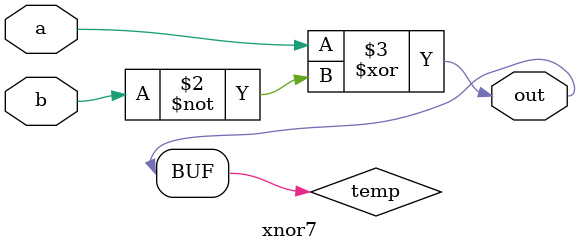
<source format=v>
module xnor7 (
  input a,
  input b,
  output wire out
);

    reg temp;
    always @(*) begin
        temp = a ^ ~b; // XNOR using built-in operator
    end
    
    assign out = temp;
    
endmodule

</source>
